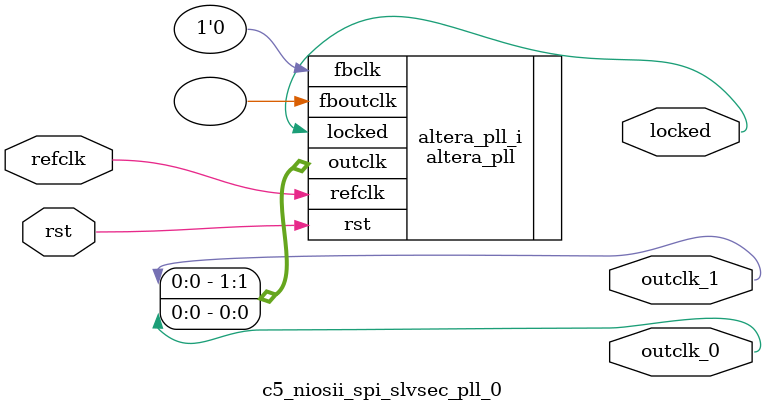
<source format=v>
`timescale 1ns/10ps
module  c5_niosii_spi_slvsec_pll_0(

	// interface 'refclk'
	input wire refclk,

	// interface 'reset'
	input wire rst,

	// interface 'outclk0'
	output wire outclk_0,

	// interface 'outclk1'
	output wire outclk_1,

	// interface 'locked'
	output wire locked
);

	altera_pll #(
		.fractional_vco_multiplier("false"),
		.reference_clock_frequency("50.0 MHz"),
		.operation_mode("direct"),
		.number_of_clocks(2),
		.output_clock_frequency0("100.000000 MHz"),
		.phase_shift0("0 ps"),
		.duty_cycle0(50),
		.output_clock_frequency1("1.000000 MHz"),
		.phase_shift1("0 ps"),
		.duty_cycle1(50),
		.output_clock_frequency2("0 MHz"),
		.phase_shift2("0 ps"),
		.duty_cycle2(50),
		.output_clock_frequency3("0 MHz"),
		.phase_shift3("0 ps"),
		.duty_cycle3(50),
		.output_clock_frequency4("0 MHz"),
		.phase_shift4("0 ps"),
		.duty_cycle4(50),
		.output_clock_frequency5("0 MHz"),
		.phase_shift5("0 ps"),
		.duty_cycle5(50),
		.output_clock_frequency6("0 MHz"),
		.phase_shift6("0 ps"),
		.duty_cycle6(50),
		.output_clock_frequency7("0 MHz"),
		.phase_shift7("0 ps"),
		.duty_cycle7(50),
		.output_clock_frequency8("0 MHz"),
		.phase_shift8("0 ps"),
		.duty_cycle8(50),
		.output_clock_frequency9("0 MHz"),
		.phase_shift9("0 ps"),
		.duty_cycle9(50),
		.output_clock_frequency10("0 MHz"),
		.phase_shift10("0 ps"),
		.duty_cycle10(50),
		.output_clock_frequency11("0 MHz"),
		.phase_shift11("0 ps"),
		.duty_cycle11(50),
		.output_clock_frequency12("0 MHz"),
		.phase_shift12("0 ps"),
		.duty_cycle12(50),
		.output_clock_frequency13("0 MHz"),
		.phase_shift13("0 ps"),
		.duty_cycle13(50),
		.output_clock_frequency14("0 MHz"),
		.phase_shift14("0 ps"),
		.duty_cycle14(50),
		.output_clock_frequency15("0 MHz"),
		.phase_shift15("0 ps"),
		.duty_cycle15(50),
		.output_clock_frequency16("0 MHz"),
		.phase_shift16("0 ps"),
		.duty_cycle16(50),
		.output_clock_frequency17("0 MHz"),
		.phase_shift17("0 ps"),
		.duty_cycle17(50),
		.pll_type("General"),
		.pll_subtype("General")
	) altera_pll_i (
		.rst	(rst),
		.outclk	({outclk_1, outclk_0}),
		.locked	(locked),
		.fboutclk	( ),
		.fbclk	(1'b0),
		.refclk	(refclk)
	);
endmodule


</source>
